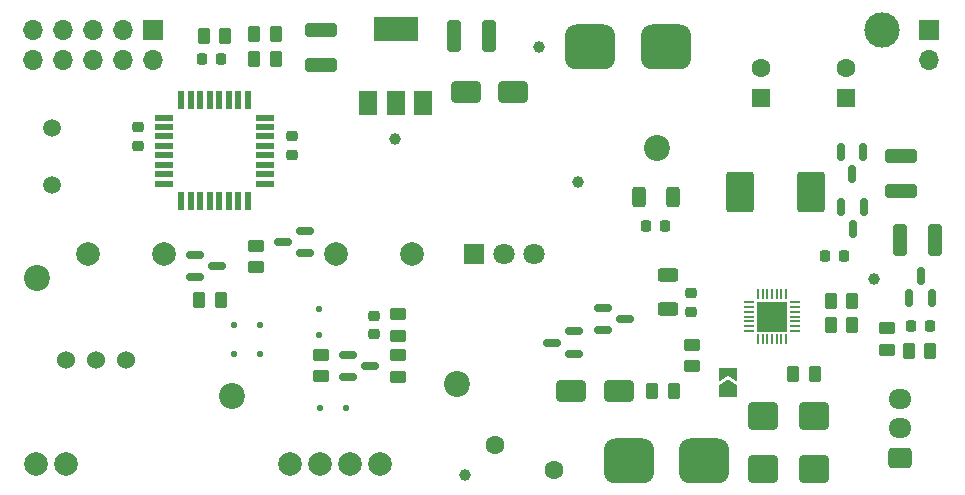
<source format=gbr>
%TF.GenerationSoftware,KiCad,Pcbnew,7.0.8-7.0.8~ubuntu22.04.1*%
%TF.CreationDate,2023-10-31T14:19:29+03:00*%
%TF.ProjectId,handle-module,68616e64-6c65-42d6-9d6f-64756c652e6b,rev?*%
%TF.SameCoordinates,Original*%
%TF.FileFunction,Soldermask,Top*%
%TF.FilePolarity,Negative*%
%FSLAX46Y46*%
G04 Gerber Fmt 4.6, Leading zero omitted, Abs format (unit mm)*
G04 Created by KiCad (PCBNEW 7.0.8-7.0.8~ubuntu22.04.1) date 2023-10-31 14:19:29*
%MOMM*%
%LPD*%
G01*
G04 APERTURE LIST*
G04 Aperture macros list*
%AMRoundRect*
0 Rectangle with rounded corners*
0 $1 Rounding radius*
0 $2 $3 $4 $5 $6 $7 $8 $9 X,Y pos of 4 corners*
0 Add a 4 corners polygon primitive as box body*
4,1,4,$2,$3,$4,$5,$6,$7,$8,$9,$2,$3,0*
0 Add four circle primitives for the rounded corners*
1,1,$1+$1,$2,$3*
1,1,$1+$1,$4,$5*
1,1,$1+$1,$6,$7*
1,1,$1+$1,$8,$9*
0 Add four rect primitives between the rounded corners*
20,1,$1+$1,$2,$3,$4,$5,0*
20,1,$1+$1,$4,$5,$6,$7,0*
20,1,$1+$1,$6,$7,$8,$9,0*
20,1,$1+$1,$8,$9,$2,$3,0*%
%AMFreePoly0*
4,1,6,1.000000,0.000000,0.500000,-0.750000,-0.500000,-0.750000,-0.500000,0.750000,0.500000,0.750000,1.000000,0.000000,1.000000,0.000000,$1*%
%AMFreePoly1*
4,1,6,0.500000,-0.750000,-0.650000,-0.750000,-0.150000,0.000000,-0.650000,0.750000,0.500000,0.750000,0.500000,-0.750000,0.500000,-0.750000,$1*%
G04 Aperture macros list end*
%ADD10C,1.000000*%
%ADD11RoundRect,0.250000X-0.450000X0.262500X-0.450000X-0.262500X0.450000X-0.262500X0.450000X0.262500X0*%
%ADD12RoundRect,0.952500X1.167500X0.952500X-1.167500X0.952500X-1.167500X-0.952500X1.167500X-0.952500X0*%
%ADD13R,1.600000X0.550000*%
%ADD14R,0.550000X1.600000*%
%ADD15RoundRect,0.225000X0.225000X0.250000X-0.225000X0.250000X-0.225000X-0.250000X0.225000X-0.250000X0*%
%ADD16RoundRect,0.250000X-1.000000X-0.900000X1.000000X-0.900000X1.000000X0.900000X-1.000000X0.900000X0*%
%ADD17RoundRect,0.125000X-0.125000X-0.125000X0.125000X-0.125000X0.125000X0.125000X-0.125000X0.125000X0*%
%ADD18RoundRect,0.150000X0.587500X0.150000X-0.587500X0.150000X-0.587500X-0.150000X0.587500X-0.150000X0*%
%ADD19RoundRect,0.225000X-0.225000X-0.250000X0.225000X-0.250000X0.225000X0.250000X-0.225000X0.250000X0*%
%ADD20RoundRect,0.050000X-0.387500X-0.050000X0.387500X-0.050000X0.387500X0.050000X-0.387500X0.050000X0*%
%ADD21RoundRect,0.050000X-0.050000X-0.387500X0.050000X-0.387500X0.050000X0.387500X-0.050000X0.387500X0*%
%ADD22R,2.600000X2.600000*%
%ADD23C,1.500000*%
%ADD24RoundRect,0.250000X0.625000X-0.312500X0.625000X0.312500X-0.625000X0.312500X-0.625000X-0.312500X0*%
%ADD25RoundRect,0.250000X1.100000X-0.325000X1.100000X0.325000X-1.100000X0.325000X-1.100000X-0.325000X0*%
%ADD26RoundRect,0.250000X0.262500X0.450000X-0.262500X0.450000X-0.262500X-0.450000X0.262500X-0.450000X0*%
%ADD27R,1.700000X1.700000*%
%ADD28O,1.700000X1.700000*%
%ADD29RoundRect,0.125000X0.125000X0.125000X-0.125000X0.125000X-0.125000X-0.125000X0.125000X-0.125000X0*%
%ADD30RoundRect,0.225000X-0.250000X0.225000X-0.250000X-0.225000X0.250000X-0.225000X0.250000X0.225000X0*%
%ADD31RoundRect,0.150000X-0.587500X-0.150000X0.587500X-0.150000X0.587500X0.150000X-0.587500X0.150000X0*%
%ADD32C,2.000000*%
%ADD33RoundRect,0.250000X0.325000X1.100000X-0.325000X1.100000X-0.325000X-1.100000X0.325000X-1.100000X0*%
%ADD34RoundRect,0.150000X-0.150000X0.587500X-0.150000X-0.587500X0.150000X-0.587500X0.150000X0.587500X0*%
%ADD35R,1.600000X1.600000*%
%ADD36C,1.600000*%
%ADD37C,2.200000*%
%ADD38RoundRect,0.250000X-1.100000X0.325000X-1.100000X-0.325000X1.100000X-0.325000X1.100000X0.325000X0*%
%ADD39RoundRect,0.225000X0.250000X-0.225000X0.250000X0.225000X-0.250000X0.225000X-0.250000X-0.225000X0*%
%ADD40C,1.524000*%
%ADD41FreePoly0,90.000000*%
%ADD42FreePoly1,90.000000*%
%ADD43RoundRect,0.125000X0.125000X-0.125000X0.125000X0.125000X-0.125000X0.125000X-0.125000X-0.125000X0*%
%ADD44R,1.800000X1.800000*%
%ADD45C,1.800000*%
%ADD46RoundRect,0.235000X0.940000X1.465000X-0.940000X1.465000X-0.940000X-1.465000X0.940000X-1.465000X0*%
%ADD47RoundRect,0.250000X1.000000X0.650000X-1.000000X0.650000X-1.000000X-0.650000X1.000000X-0.650000X0*%
%ADD48R,1.500000X2.000000*%
%ADD49R,3.800000X2.000000*%
%ADD50RoundRect,0.250000X-0.325000X-1.100000X0.325000X-1.100000X0.325000X1.100000X-0.325000X1.100000X0*%
%ADD51RoundRect,0.150000X0.150000X-0.587500X0.150000X0.587500X-0.150000X0.587500X-0.150000X-0.587500X0*%
%ADD52RoundRect,0.250000X0.312500X0.625000X-0.312500X0.625000X-0.312500X-0.625000X0.312500X-0.625000X0*%
%ADD53C,3.000000*%
%ADD54RoundRect,0.250000X0.725000X-0.600000X0.725000X0.600000X-0.725000X0.600000X-0.725000X-0.600000X0*%
%ADD55O,1.950000X1.700000*%
%ADD56RoundRect,0.250000X-1.000000X-0.650000X1.000000X-0.650000X1.000000X0.650000X-1.000000X0.650000X0*%
%ADD57RoundRect,0.250000X-0.262500X-0.450000X0.262500X-0.450000X0.262500X0.450000X-0.262500X0.450000X0*%
%ADD58RoundRect,0.250000X0.450000X-0.262500X0.450000X0.262500X-0.450000X0.262500X-0.450000X-0.262500X0*%
G04 APERTURE END LIST*
D10*
%TO.C,TP1*%
X144000000Y-50500000D03*
%TD*%
%TO.C,TP3*%
X131750000Y-58250000D03*
%TD*%
D11*
%TO.C,R12*%
X132000000Y-73087500D03*
X132000000Y-74912500D03*
%TD*%
D12*
%TO.C,F2*%
X157975000Y-85500000D03*
X151565000Y-85500000D03*
%TD*%
D13*
%TO.C,U5*%
X112250000Y-56450000D03*
X112250000Y-57250000D03*
X112250000Y-58050000D03*
X112250000Y-58850000D03*
X112250000Y-59650000D03*
X112250000Y-60450000D03*
X112250000Y-61250000D03*
X112250000Y-62050000D03*
D14*
X113700000Y-63500000D03*
X114500000Y-63500000D03*
X115300000Y-63500000D03*
X116100000Y-63500000D03*
X116900000Y-63500000D03*
X117700000Y-63500000D03*
X118500000Y-63500000D03*
X119300000Y-63500000D03*
D13*
X120750000Y-62050000D03*
X120750000Y-61250000D03*
X120750000Y-60450000D03*
X120750000Y-59650000D03*
X120750000Y-58850000D03*
X120750000Y-58050000D03*
X120750000Y-57250000D03*
X120750000Y-56450000D03*
D14*
X119300000Y-55000000D03*
X118500000Y-55000000D03*
X117700000Y-55000000D03*
X116900000Y-55000000D03*
X116100000Y-55000000D03*
X115300000Y-55000000D03*
X114500000Y-55000000D03*
X113700000Y-55000000D03*
%TD*%
D15*
%TO.C,C34*%
X154620000Y-65655000D03*
X153070000Y-65655000D03*
%TD*%
D16*
%TO.C,D10*%
X162950000Y-86200000D03*
X167250000Y-86200000D03*
%TD*%
D17*
%TO.C,D6*%
X125400000Y-81000000D03*
X127600000Y-81000000D03*
%TD*%
D18*
%TO.C,Q3*%
X124187500Y-67950000D03*
X124187500Y-66050000D03*
X122312500Y-67000000D03*
%TD*%
D16*
%TO.C,D9*%
X162950000Y-81700000D03*
X167250000Y-81700000D03*
%TD*%
D19*
%TO.C,C22*%
X168225000Y-68200000D03*
X169775000Y-68200000D03*
%TD*%
D20*
%TO.C,U6*%
X161762500Y-72100000D03*
X161762500Y-72500000D03*
X161762500Y-72900000D03*
X161762500Y-73300000D03*
X161762500Y-73700000D03*
X161762500Y-74100000D03*
X161762500Y-74500000D03*
D21*
X162500000Y-75237500D03*
X162900000Y-75237500D03*
X163300000Y-75237500D03*
X163700000Y-75237500D03*
X164100000Y-75237500D03*
X164500000Y-75237500D03*
X164900000Y-75237500D03*
D20*
X165637500Y-74500000D03*
X165637500Y-74100000D03*
X165637500Y-73700000D03*
X165637500Y-73300000D03*
X165637500Y-72900000D03*
X165637500Y-72500000D03*
X165637500Y-72100000D03*
D21*
X164900000Y-71362500D03*
X164500000Y-71362500D03*
X164100000Y-71362500D03*
X163700000Y-71362500D03*
X163300000Y-71362500D03*
X162900000Y-71362500D03*
X162500000Y-71362500D03*
D22*
X163700000Y-73300000D03*
%TD*%
D11*
%TO.C,R16*%
X125500000Y-76537500D03*
X125500000Y-78362500D03*
%TD*%
D23*
%TO.C,X1*%
X102750000Y-62175000D03*
X102750000Y-57295000D03*
%TD*%
D24*
%TO.C,R17*%
X154912500Y-72662500D03*
X154912500Y-69737500D03*
%TD*%
D19*
%TO.C,C24*%
X115475000Y-51500000D03*
X117025000Y-51500000D03*
%TD*%
D25*
%TO.C,C31*%
X174600000Y-62675000D03*
X174600000Y-59725000D03*
%TD*%
D26*
%TO.C,R25*%
X121662500Y-51500000D03*
X119837500Y-51500000D03*
%TD*%
D27*
%TO.C,J1*%
X177000000Y-49000000D03*
D28*
X177000000Y-51540000D03*
%TD*%
D29*
%TO.C,D5*%
X120350000Y-76500000D03*
X118150000Y-76500000D03*
%TD*%
D11*
%TO.C,R11*%
X132000000Y-76587500D03*
X132000000Y-78412500D03*
%TD*%
D30*
%TO.C,C15*%
X130000000Y-73225000D03*
X130000000Y-74775000D03*
%TD*%
D31*
%TO.C,Q4*%
X114837500Y-68050000D03*
X114837500Y-69950000D03*
X116712500Y-69000000D03*
%TD*%
D32*
%TO.C,U2*%
X101380000Y-85750000D03*
X103920000Y-85750000D03*
X122880000Y-85750000D03*
X125420000Y-85750000D03*
X127960000Y-85750000D03*
X130500000Y-85750000D03*
%TD*%
D26*
%TO.C,R20*%
X170512500Y-74000000D03*
X168687500Y-74000000D03*
%TD*%
D11*
%TO.C,R21*%
X156900000Y-75687500D03*
X156900000Y-77512500D03*
%TD*%
D33*
%TO.C,C13*%
X177500000Y-66837500D03*
X174550000Y-66837500D03*
%TD*%
D34*
%TO.C,Q9*%
X171425000Y-59375000D03*
X169525000Y-59375000D03*
X170475000Y-61250000D03*
%TD*%
D35*
%TO.C,C6*%
X162750000Y-54775001D03*
D36*
X162750000Y-52275001D03*
%TD*%
D35*
%TO.C,C5*%
X170000000Y-54750000D03*
D36*
X170000000Y-52250000D03*
%TD*%
D37*
%TO.C,H4*%
X101500000Y-70000000D03*
%TD*%
D34*
%TO.C,Q8*%
X171475000Y-64000000D03*
X169575000Y-64000000D03*
X170525000Y-65875000D03*
%TD*%
D38*
%TO.C,C19*%
X125500000Y-49025000D03*
X125500000Y-51975000D03*
%TD*%
D39*
%TO.C,C16*%
X123050000Y-59575000D03*
X123050000Y-58025000D03*
%TD*%
D37*
%TO.C,H3*%
X118000000Y-80000000D03*
%TD*%
D11*
%TO.C,R6*%
X120000000Y-67287500D03*
X120000000Y-69112500D03*
%TD*%
D40*
%TO.C,U1*%
X103920000Y-77000000D03*
X106460000Y-77000000D03*
X109000000Y-77000000D03*
%TD*%
D41*
%TO.C,JP1*%
X160000000Y-79625000D03*
D42*
X160000000Y-78175000D03*
%TD*%
D39*
%TO.C,C21*%
X156812500Y-72875000D03*
X156812500Y-71325000D03*
%TD*%
D19*
%TO.C,C18*%
X175500000Y-74087500D03*
X177050000Y-74087500D03*
%TD*%
D43*
%TO.C,D3*%
X125350000Y-74850000D03*
X125350000Y-72650000D03*
%TD*%
D10*
%TO.C,TP6*%
X172300000Y-70100000D03*
%TD*%
D44*
%TO.C,D1*%
X138450000Y-68000000D03*
D45*
X140990000Y-68000000D03*
X143530000Y-68000000D03*
%TD*%
D46*
%TO.C,L3*%
X167000000Y-62750000D03*
X160950000Y-62750000D03*
%TD*%
D31*
%TO.C,Q6*%
X127812500Y-76550000D03*
X127812500Y-78450000D03*
X129687500Y-77500000D03*
%TD*%
D47*
%TO.C,D7*%
X150712500Y-79600000D03*
X146712500Y-79600000D03*
%TD*%
D36*
%TO.C,RV1*%
X145225000Y-86300000D03*
X140225000Y-84200000D03*
%TD*%
D48*
%TO.C,U3*%
X129525000Y-55250000D03*
X131825000Y-55250000D03*
D49*
X131825000Y-48950000D03*
D48*
X134125000Y-55250000D03*
%TD*%
D10*
%TO.C,TP5*%
X137725000Y-86750000D03*
%TD*%
D26*
%TO.C,R26*%
X121662500Y-49412500D03*
X119837500Y-49412500D03*
%TD*%
D50*
%TO.C,C14*%
X136775000Y-49500000D03*
X139725000Y-49500000D03*
%TD*%
D26*
%TO.C,R23*%
X155375000Y-79600000D03*
X153550000Y-79600000D03*
%TD*%
D51*
%TO.C,U4*%
X175325000Y-71712500D03*
X177225000Y-71712500D03*
X176275000Y-69837500D03*
%TD*%
D29*
%TO.C,D4*%
X120350000Y-74000000D03*
X118150000Y-74000000D03*
%TD*%
D12*
%TO.C,F1*%
X154725000Y-50500000D03*
X148315000Y-50500000D03*
%TD*%
D52*
%TO.C,R28*%
X155332500Y-63155000D03*
X152407500Y-63155000D03*
%TD*%
D26*
%TO.C,R22*%
X167312500Y-78200000D03*
X165487500Y-78200000D03*
%TD*%
D32*
%TO.C,SW2*%
X126750000Y-68000000D03*
X133250000Y-68000000D03*
%TD*%
D18*
%TO.C,Q5*%
X146950000Y-76450000D03*
X146950000Y-74550000D03*
X145075000Y-75500000D03*
%TD*%
D26*
%TO.C,R30*%
X177112500Y-76200000D03*
X175287500Y-76200000D03*
%TD*%
D53*
%TO.C,TP2*%
X173000000Y-49000000D03*
%TD*%
D54*
%TO.C,J3*%
X174500000Y-85250000D03*
D55*
X174500000Y-82750000D03*
X174500000Y-80250000D03*
%TD*%
D56*
%TO.C,D2*%
X137750000Y-54250000D03*
X141750000Y-54250000D03*
%TD*%
D31*
%TO.C,Q7*%
X149375000Y-72550000D03*
X149375000Y-74450000D03*
X151250000Y-73500000D03*
%TD*%
D37*
%TO.C,H2*%
X137000000Y-79000000D03*
%TD*%
D10*
%TO.C,TP4*%
X147300000Y-61900000D03*
%TD*%
D39*
%TO.C,C11*%
X110050000Y-58825000D03*
X110050000Y-57275000D03*
%TD*%
D26*
%TO.C,R7*%
X117012500Y-71900000D03*
X115187500Y-71900000D03*
%TD*%
D37*
%TO.C,H1*%
X154000000Y-59000000D03*
%TD*%
D57*
%TO.C,R18*%
X115587500Y-49500000D03*
X117412500Y-49500000D03*
%TD*%
D32*
%TO.C,SW1*%
X105750000Y-68000000D03*
X112250000Y-68000000D03*
%TD*%
D27*
%TO.C,J4*%
X111290000Y-49000000D03*
D28*
X111290000Y-51540000D03*
X108750000Y-49000000D03*
X108750000Y-51540000D03*
X106210000Y-49000000D03*
X106210000Y-51540000D03*
X103670000Y-49000000D03*
X103670000Y-51540000D03*
X101130000Y-49000000D03*
X101130000Y-51540000D03*
%TD*%
D26*
%TO.C,R19*%
X170512500Y-72000000D03*
X168687500Y-72000000D03*
%TD*%
D58*
%TO.C,R31*%
X173400000Y-76112500D03*
X173400000Y-74287500D03*
%TD*%
M02*

</source>
